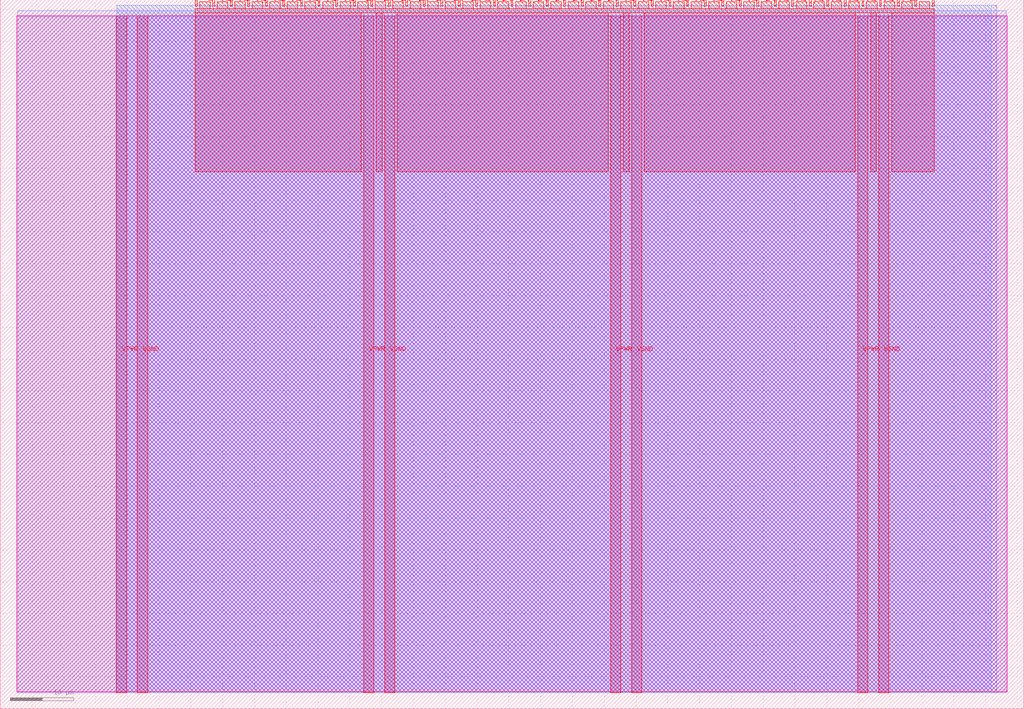
<source format=lef>
VERSION 5.7 ;
  NOWIREEXTENSIONATPIN ON ;
  DIVIDERCHAR "/" ;
  BUSBITCHARS "[]" ;
MACRO tt_um_VHDL_PWM_DEMUX
  CLASS BLOCK ;
  FOREIGN tt_um_VHDL_PWM_DEMUX ;
  ORIGIN 0.000 0.000 ;
  SIZE 161.000 BY 111.520 ;
  PIN VGND
    DIRECTION INOUT ;
    USE GROUND ;
    PORT
      LAYER met4 ;
        RECT 21.580 2.480 23.180 109.040 ;
    END
    PORT
      LAYER met4 ;
        RECT 60.450 2.480 62.050 109.040 ;
    END
    PORT
      LAYER met4 ;
        RECT 99.320 2.480 100.920 109.040 ;
    END
    PORT
      LAYER met4 ;
        RECT 138.190 2.480 139.790 109.040 ;
    END
  END VGND
  PIN VPWR
    DIRECTION INOUT ;
    USE POWER ;
    PORT
      LAYER met4 ;
        RECT 18.280 2.480 19.880 109.040 ;
    END
    PORT
      LAYER met4 ;
        RECT 57.150 2.480 58.750 109.040 ;
    END
    PORT
      LAYER met4 ;
        RECT 96.020 2.480 97.620 109.040 ;
    END
    PORT
      LAYER met4 ;
        RECT 134.890 2.480 136.490 109.040 ;
    END
  END VPWR
  PIN clk
    DIRECTION INPUT ;
    USE SIGNAL ;
    ANTENNAGATEAREA 0.852000 ;
    PORT
      LAYER met4 ;
        RECT 143.830 110.520 144.130 111.520 ;
    END
  END clk
  PIN ena
    DIRECTION INPUT ;
    USE SIGNAL ;
    ANTENNAGATEAREA 0.196500 ;
    PORT
      LAYER met4 ;
        RECT 146.590 110.520 146.890 111.520 ;
    END
  END ena
  PIN rst_n
    DIRECTION INPUT ;
    USE SIGNAL ;
    ANTENNAGATEAREA 0.196500 ;
    PORT
      LAYER met4 ;
        RECT 141.070 110.520 141.370 111.520 ;
    END
  END rst_n
  PIN ui_in[0]
    DIRECTION INPUT ;
    USE SIGNAL ;
    ANTENNAGATEAREA 0.196500 ;
    PORT
      LAYER met4 ;
        RECT 138.310 110.520 138.610 111.520 ;
    END
  END ui_in[0]
  PIN ui_in[1]
    DIRECTION INPUT ;
    USE SIGNAL ;
    ANTENNAGATEAREA 0.196500 ;
    PORT
      LAYER met4 ;
        RECT 135.550 110.520 135.850 111.520 ;
    END
  END ui_in[1]
  PIN ui_in[2]
    DIRECTION INPUT ;
    USE SIGNAL ;
    ANTENNAGATEAREA 0.196500 ;
    PORT
      LAYER met4 ;
        RECT 132.790 110.520 133.090 111.520 ;
    END
  END ui_in[2]
  PIN ui_in[3]
    DIRECTION INPUT ;
    USE SIGNAL ;
    ANTENNAGATEAREA 0.196500 ;
    PORT
      LAYER met4 ;
        RECT 130.030 110.520 130.330 111.520 ;
    END
  END ui_in[3]
  PIN ui_in[4]
    DIRECTION INPUT ;
    USE SIGNAL ;
    ANTENNAGATEAREA 0.196500 ;
    PORT
      LAYER met4 ;
        RECT 127.270 110.520 127.570 111.520 ;
    END
  END ui_in[4]
  PIN ui_in[5]
    DIRECTION INPUT ;
    USE SIGNAL ;
    ANTENNAGATEAREA 0.196500 ;
    PORT
      LAYER met4 ;
        RECT 124.510 110.520 124.810 111.520 ;
    END
  END ui_in[5]
  PIN ui_in[6]
    DIRECTION INPUT ;
    USE SIGNAL ;
    ANTENNAGATEAREA 0.196500 ;
    PORT
      LAYER met4 ;
        RECT 121.750 110.520 122.050 111.520 ;
    END
  END ui_in[6]
  PIN ui_in[7]
    DIRECTION INPUT ;
    USE SIGNAL ;
    ANTENNAGATEAREA 0.196500 ;
    PORT
      LAYER met4 ;
        RECT 118.990 110.520 119.290 111.520 ;
    END
  END ui_in[7]
  PIN uio_in[0]
    DIRECTION INPUT ;
    USE SIGNAL ;
    ANTENNAGATEAREA 0.196500 ;
    PORT
      LAYER met4 ;
        RECT 116.230 110.520 116.530 111.520 ;
    END
  END uio_in[0]
  PIN uio_in[1]
    DIRECTION INPUT ;
    USE SIGNAL ;
    ANTENNAGATEAREA 0.196500 ;
    PORT
      LAYER met4 ;
        RECT 113.470 110.520 113.770 111.520 ;
    END
  END uio_in[1]
  PIN uio_in[2]
    DIRECTION INPUT ;
    USE SIGNAL ;
    ANTENNAGATEAREA 0.196500 ;
    PORT
      LAYER met4 ;
        RECT 110.710 110.520 111.010 111.520 ;
    END
  END uio_in[2]
  PIN uio_in[3]
    DIRECTION INPUT ;
    USE SIGNAL ;
    ANTENNAGATEAREA 0.196500 ;
    PORT
      LAYER met4 ;
        RECT 107.950 110.520 108.250 111.520 ;
    END
  END uio_in[3]
  PIN uio_in[4]
    DIRECTION INPUT ;
    USE SIGNAL ;
    ANTENNAGATEAREA 0.196500 ;
    PORT
      LAYER met4 ;
        RECT 105.190 110.520 105.490 111.520 ;
    END
  END uio_in[4]
  PIN uio_in[5]
    DIRECTION INPUT ;
    USE SIGNAL ;
    ANTENNAGATEAREA 0.196500 ;
    PORT
      LAYER met4 ;
        RECT 102.430 110.520 102.730 111.520 ;
    END
  END uio_in[5]
  PIN uio_in[6]
    DIRECTION INPUT ;
    USE SIGNAL ;
    PORT
      LAYER met4 ;
        RECT 99.670 110.520 99.970 111.520 ;
    END
  END uio_in[6]
  PIN uio_in[7]
    DIRECTION INPUT ;
    USE SIGNAL ;
    PORT
      LAYER met4 ;
        RECT 96.910 110.520 97.210 111.520 ;
    END
  END uio_in[7]
  PIN uio_oe[0]
    DIRECTION OUTPUT ;
    USE SIGNAL ;
    PORT
      LAYER met4 ;
        RECT 49.990 110.520 50.290 111.520 ;
    END
  END uio_oe[0]
  PIN uio_oe[1]
    DIRECTION OUTPUT ;
    USE SIGNAL ;
    PORT
      LAYER met4 ;
        RECT 47.230 110.520 47.530 111.520 ;
    END
  END uio_oe[1]
  PIN uio_oe[2]
    DIRECTION OUTPUT ;
    USE SIGNAL ;
    PORT
      LAYER met4 ;
        RECT 44.470 110.520 44.770 111.520 ;
    END
  END uio_oe[2]
  PIN uio_oe[3]
    DIRECTION OUTPUT ;
    USE SIGNAL ;
    PORT
      LAYER met4 ;
        RECT 41.710 110.520 42.010 111.520 ;
    END
  END uio_oe[3]
  PIN uio_oe[4]
    DIRECTION OUTPUT ;
    USE SIGNAL ;
    PORT
      LAYER met4 ;
        RECT 38.950 110.520 39.250 111.520 ;
    END
  END uio_oe[4]
  PIN uio_oe[5]
    DIRECTION OUTPUT ;
    USE SIGNAL ;
    PORT
      LAYER met4 ;
        RECT 36.190 110.520 36.490 111.520 ;
    END
  END uio_oe[5]
  PIN uio_oe[6]
    DIRECTION OUTPUT ;
    USE SIGNAL ;
    PORT
      LAYER met4 ;
        RECT 33.430 110.520 33.730 111.520 ;
    END
  END uio_oe[6]
  PIN uio_oe[7]
    DIRECTION OUTPUT ;
    USE SIGNAL ;
    PORT
      LAYER met4 ;
        RECT 30.670 110.520 30.970 111.520 ;
    END
  END uio_oe[7]
  PIN uio_out[0]
    DIRECTION OUTPUT ;
    USE SIGNAL ;
    PORT
      LAYER met4 ;
        RECT 72.070 110.520 72.370 111.520 ;
    END
  END uio_out[0]
  PIN uio_out[1]
    DIRECTION OUTPUT ;
    USE SIGNAL ;
    PORT
      LAYER met4 ;
        RECT 69.310 110.520 69.610 111.520 ;
    END
  END uio_out[1]
  PIN uio_out[2]
    DIRECTION OUTPUT ;
    USE SIGNAL ;
    PORT
      LAYER met4 ;
        RECT 66.550 110.520 66.850 111.520 ;
    END
  END uio_out[2]
  PIN uio_out[3]
    DIRECTION OUTPUT ;
    USE SIGNAL ;
    PORT
      LAYER met4 ;
        RECT 63.790 110.520 64.090 111.520 ;
    END
  END uio_out[3]
  PIN uio_out[4]
    DIRECTION OUTPUT ;
    USE SIGNAL ;
    PORT
      LAYER met4 ;
        RECT 61.030 110.520 61.330 111.520 ;
    END
  END uio_out[4]
  PIN uio_out[5]
    DIRECTION OUTPUT ;
    USE SIGNAL ;
    PORT
      LAYER met4 ;
        RECT 58.270 110.520 58.570 111.520 ;
    END
  END uio_out[5]
  PIN uio_out[6]
    DIRECTION OUTPUT ;
    USE SIGNAL ;
    PORT
      LAYER met4 ;
        RECT 55.510 110.520 55.810 111.520 ;
    END
  END uio_out[6]
  PIN uio_out[7]
    DIRECTION OUTPUT ;
    USE SIGNAL ;
    PORT
      LAYER met4 ;
        RECT 52.750 110.520 53.050 111.520 ;
    END
  END uio_out[7]
  PIN uo_out[0]
    DIRECTION OUTPUT ;
    USE SIGNAL ;
    ANTENNADIFFAREA 0.445500 ;
    PORT
      LAYER met4 ;
        RECT 94.150 110.520 94.450 111.520 ;
    END
  END uo_out[0]
  PIN uo_out[1]
    DIRECTION OUTPUT ;
    USE SIGNAL ;
    PORT
      LAYER met4 ;
        RECT 91.390 110.520 91.690 111.520 ;
    END
  END uo_out[1]
  PIN uo_out[2]
    DIRECTION OUTPUT ;
    USE SIGNAL ;
    PORT
      LAYER met4 ;
        RECT 88.630 110.520 88.930 111.520 ;
    END
  END uo_out[2]
  PIN uo_out[3]
    DIRECTION OUTPUT ;
    USE SIGNAL ;
    PORT
      LAYER met4 ;
        RECT 85.870 110.520 86.170 111.520 ;
    END
  END uo_out[3]
  PIN uo_out[4]
    DIRECTION OUTPUT ;
    USE SIGNAL ;
    PORT
      LAYER met4 ;
        RECT 83.110 110.520 83.410 111.520 ;
    END
  END uo_out[4]
  PIN uo_out[5]
    DIRECTION OUTPUT ;
    USE SIGNAL ;
    PORT
      LAYER met4 ;
        RECT 80.350 110.520 80.650 111.520 ;
    END
  END uo_out[5]
  PIN uo_out[6]
    DIRECTION OUTPUT ;
    USE SIGNAL ;
    PORT
      LAYER met4 ;
        RECT 77.590 110.520 77.890 111.520 ;
    END
  END uo_out[6]
  PIN uo_out[7]
    DIRECTION OUTPUT ;
    USE SIGNAL ;
    PORT
      LAYER met4 ;
        RECT 74.830 110.520 75.130 111.520 ;
    END
  END uo_out[7]
  OBS
      LAYER nwell ;
        RECT 2.570 2.635 158.430 108.990 ;
      LAYER li1 ;
        RECT 2.760 2.635 158.240 108.885 ;
      LAYER met1 ;
        RECT 2.760 2.480 158.240 109.780 ;
      LAYER met2 ;
        RECT 18.310 2.535 156.760 110.685 ;
      LAYER met3 ;
        RECT 18.290 2.555 155.875 110.665 ;
      LAYER met4 ;
        RECT 31.370 110.120 33.030 111.170 ;
        RECT 34.130 110.120 35.790 111.170 ;
        RECT 36.890 110.120 38.550 111.170 ;
        RECT 39.650 110.120 41.310 111.170 ;
        RECT 42.410 110.120 44.070 111.170 ;
        RECT 45.170 110.120 46.830 111.170 ;
        RECT 47.930 110.120 49.590 111.170 ;
        RECT 50.690 110.120 52.350 111.170 ;
        RECT 53.450 110.120 55.110 111.170 ;
        RECT 56.210 110.120 57.870 111.170 ;
        RECT 58.970 110.120 60.630 111.170 ;
        RECT 61.730 110.120 63.390 111.170 ;
        RECT 64.490 110.120 66.150 111.170 ;
        RECT 67.250 110.120 68.910 111.170 ;
        RECT 70.010 110.120 71.670 111.170 ;
        RECT 72.770 110.120 74.430 111.170 ;
        RECT 75.530 110.120 77.190 111.170 ;
        RECT 78.290 110.120 79.950 111.170 ;
        RECT 81.050 110.120 82.710 111.170 ;
        RECT 83.810 110.120 85.470 111.170 ;
        RECT 86.570 110.120 88.230 111.170 ;
        RECT 89.330 110.120 90.990 111.170 ;
        RECT 92.090 110.120 93.750 111.170 ;
        RECT 94.850 110.120 96.510 111.170 ;
        RECT 97.610 110.120 99.270 111.170 ;
        RECT 100.370 110.120 102.030 111.170 ;
        RECT 103.130 110.120 104.790 111.170 ;
        RECT 105.890 110.120 107.550 111.170 ;
        RECT 108.650 110.120 110.310 111.170 ;
        RECT 111.410 110.120 113.070 111.170 ;
        RECT 114.170 110.120 115.830 111.170 ;
        RECT 116.930 110.120 118.590 111.170 ;
        RECT 119.690 110.120 121.350 111.170 ;
        RECT 122.450 110.120 124.110 111.170 ;
        RECT 125.210 110.120 126.870 111.170 ;
        RECT 127.970 110.120 129.630 111.170 ;
        RECT 130.730 110.120 132.390 111.170 ;
        RECT 133.490 110.120 135.150 111.170 ;
        RECT 136.250 110.120 137.910 111.170 ;
        RECT 139.010 110.120 140.670 111.170 ;
        RECT 141.770 110.120 143.430 111.170 ;
        RECT 144.530 110.120 146.190 111.170 ;
        RECT 30.655 109.440 146.905 110.120 ;
        RECT 30.655 84.495 56.750 109.440 ;
        RECT 59.150 84.495 60.050 109.440 ;
        RECT 62.450 84.495 95.620 109.440 ;
        RECT 98.020 84.495 98.920 109.440 ;
        RECT 101.320 84.495 134.490 109.440 ;
        RECT 136.890 84.495 137.790 109.440 ;
        RECT 140.190 84.495 146.905 109.440 ;
  END
END tt_um_VHDL_PWM_DEMUX
END LIBRARY


</source>
